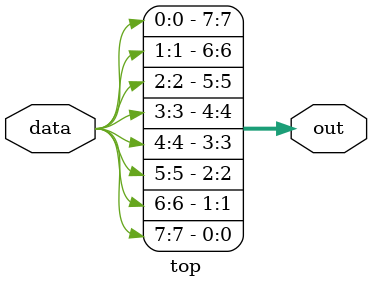
<source format=v>
module top (input [7:0] data, output [7:0] out);
genvar n;
generate
    for (n=7; n>=0; n=n-1) begin
        assign out[n] = data[7-n];
    end
endgenerate
endmodule

</source>
